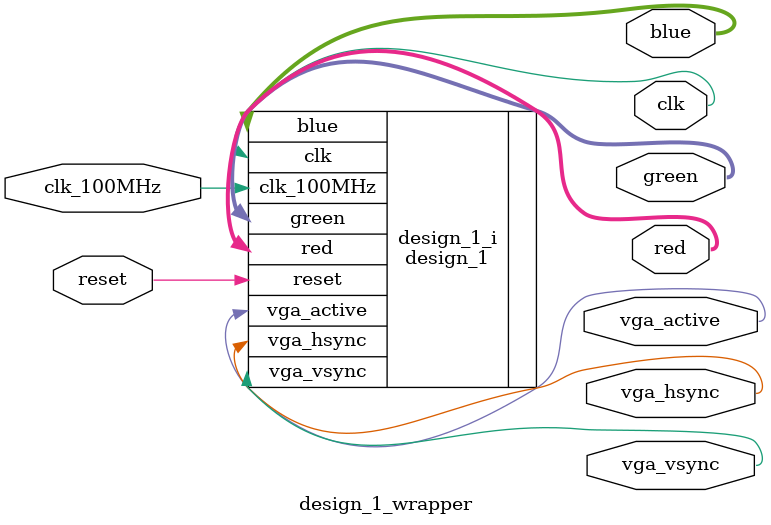
<source format=v>
`timescale 1 ps / 1 ps

module design_1_wrapper
   (blue,
    clk,
    clk_100MHz,
    green,
    red,
    reset,
    vga_active,
    vga_hsync,
    vga_vsync);
  output [3:0]blue;
  output clk;
  input clk_100MHz;
  output [3:0]green;
  output [3:0]red;
  input reset;
  output vga_active;
  output vga_hsync;
  output vga_vsync;

  wire [3:0]blue;
  wire clk;
  wire clk_100MHz;
  wire [3:0]green;
  wire [3:0]red;
  wire reset;
  wire vga_active;
  wire vga_hsync;
  wire vga_vsync;

  design_1 design_1_i
       (.blue(blue),
        .clk(clk),
        .clk_100MHz(clk_100MHz),
        .green(green),
        .red(red),
        .reset(reset),
        .vga_active(vga_active),
        .vga_hsync(vga_hsync),
        .vga_vsync(vga_vsync));
endmodule

</source>
